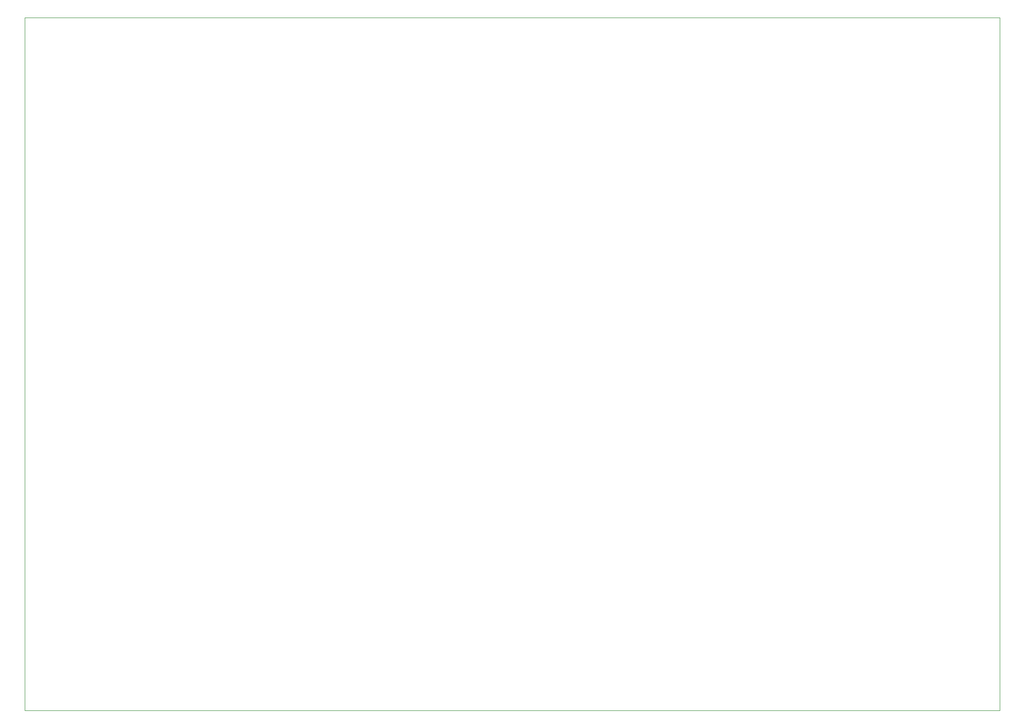
<source format=gm1>
%TF.GenerationSoftware,KiCad,Pcbnew,9.0.4*%
%TF.CreationDate,2025-10-14T11:36:06-05:00*%
%TF.ProjectId,Prelab7,5072656c-6162-4372-9e6b-696361645f70,rev?*%
%TF.SameCoordinates,Original*%
%TF.FileFunction,Profile,NP*%
%FSLAX46Y46*%
G04 Gerber Fmt 4.6, Leading zero omitted, Abs format (unit mm)*
G04 Created by KiCad (PCBNEW 9.0.4) date 2025-10-14 11:36:06*
%MOMM*%
%LPD*%
G01*
G04 APERTURE LIST*
%TA.AperFunction,Profile*%
%ADD10C,0.050000*%
%TD*%
G04 APERTURE END LIST*
D10*
X43500000Y-35500000D02*
X217000000Y-35500000D01*
X217000000Y-159000000D01*
X43500000Y-159000000D01*
X43500000Y-35500000D01*
M02*

</source>
